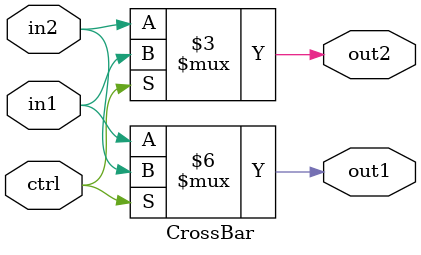
<source format=sv>
module CrossBar #(parameter size = 1)(
    input logic ctrl,
    input [size-1:0] in1,
    input [size-1:0] in2,
    output logic [size-1:0] out1,
    output logic [size-1:0] out2
);
    always_comb begin
        if (ctrl)
            begin
                out1 = in2;
                out2 = in1;
            end
        else
            begin
                out1 = in1;
                out2 = in2;
            end
    end
endmodule

</source>
